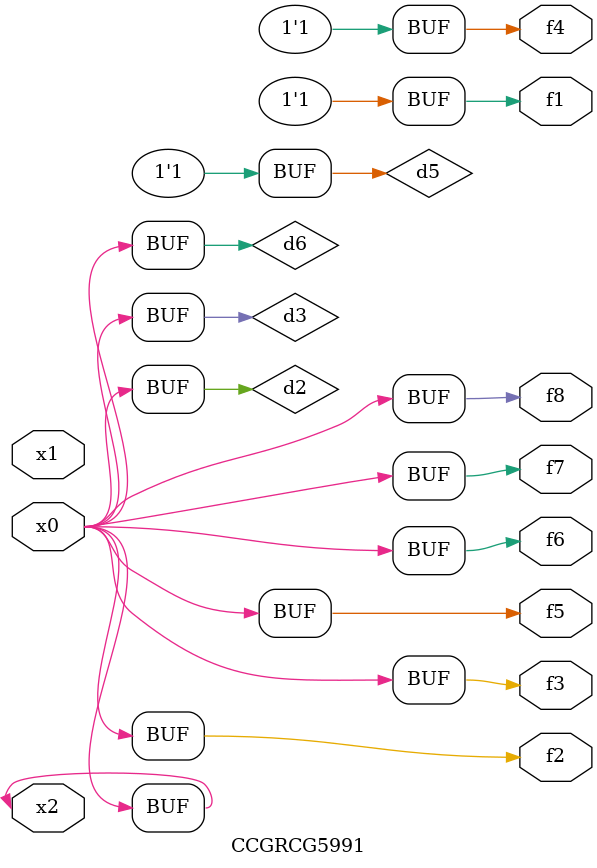
<source format=v>
module CCGRCG5991(
	input x0, x1, x2,
	output f1, f2, f3, f4, f5, f6, f7, f8
);

	wire d1, d2, d3, d4, d5, d6;

	xnor (d1, x2);
	buf (d2, x0, x2);
	and (d3, x0);
	xnor (d4, x1, x2);
	nand (d5, d1, d3);
	buf (d6, d2, d3);
	assign f1 = d5;
	assign f2 = d6;
	assign f3 = d6;
	assign f4 = d5;
	assign f5 = d6;
	assign f6 = d6;
	assign f7 = d6;
	assign f8 = d6;
endmodule

</source>
